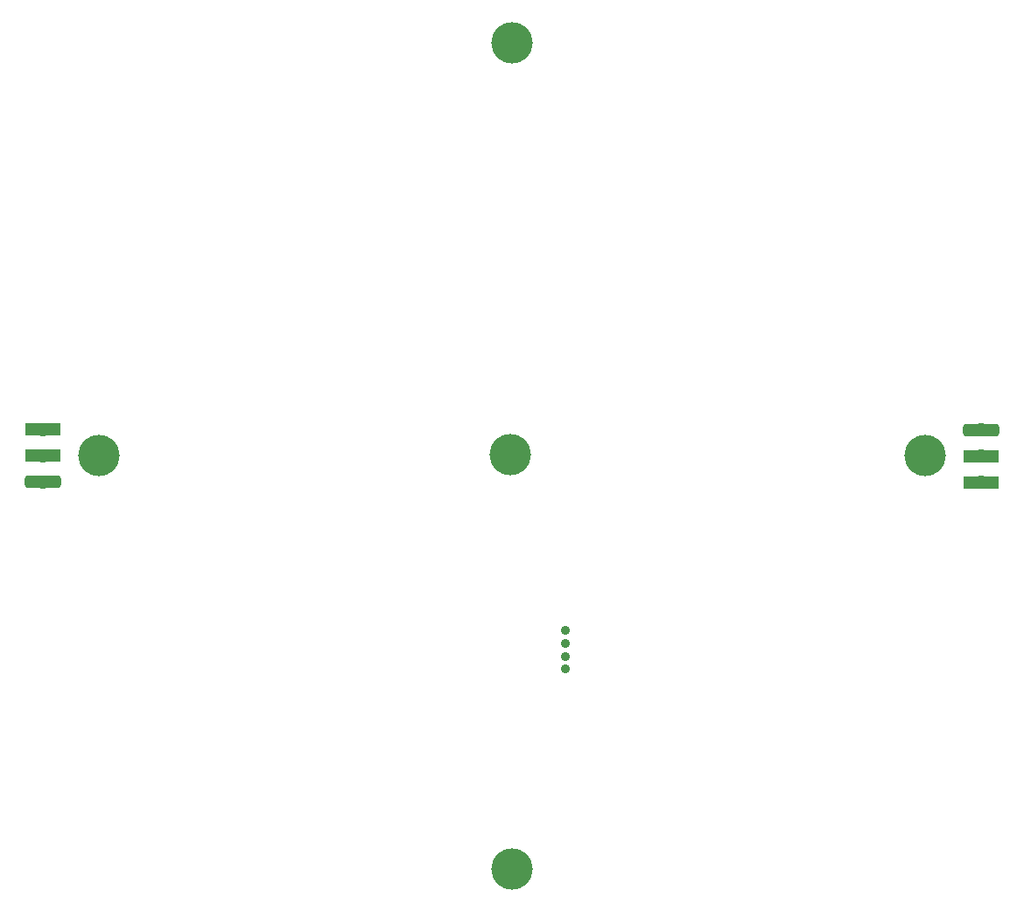
<source format=gbl>
G04*
G04 #@! TF.GenerationSoftware,Altium Limited,Altium Designer,21.0.9 (235)*
G04*
G04 Layer_Physical_Order=2*
G04 Layer_Color=16711680*
%FSLAX44Y44*%
%MOMM*%
G71*
G04*
G04 #@! TF.SameCoordinates,FCB3D206-118C-4BCE-AE63-394E7735AD57*
G04*
G04*
G04 #@! TF.FilePolarity,Positive*
G04*
G01*
G75*
%ADD30R,3.5000X1.2000*%
G04:AMPARAMS|DCode=31|XSize=1.2mm|YSize=3.5mm|CornerRadius=0.3mm|HoleSize=0mm|Usage=FLASHONLY|Rotation=90.000|XOffset=0mm|YOffset=0mm|HoleType=Round|Shape=RoundedRectangle|*
%AMROUNDEDRECTD31*
21,1,1.2000,2.9000,0,0,90.0*
21,1,0.6000,3.5000,0,0,90.0*
1,1,0.6000,1.4500,0.3000*
1,1,0.6000,1.4500,-0.3000*
1,1,0.6000,-1.4500,-0.3000*
1,1,0.6000,-1.4500,0.3000*
%
%ADD31ROUNDEDRECTD31*%
%ADD52C,4.0000*%
%ADD53C,1.2700*%
%ADD54C,0.9000*%
D30*
X953984Y499598D02*
D03*
Y474198D02*
D03*
X46016Y500401D02*
D03*
Y525801D02*
D03*
D31*
X953984Y524998D02*
D03*
X46016Y475001D02*
D03*
D52*
X498000Y501000D02*
D03*
X500000Y900000D02*
D03*
Y100000D02*
D03*
X900000Y500000D02*
D03*
X100000D02*
D03*
D53*
X953984Y475002D02*
D03*
Y500402D02*
D03*
Y525802D02*
D03*
X46016Y474198D02*
D03*
Y499598D02*
D03*
Y524998D02*
D03*
D54*
X551500Y293150D02*
D03*
Y305650D02*
D03*
Y318150D02*
D03*
Y330650D02*
D03*
M02*

</source>
